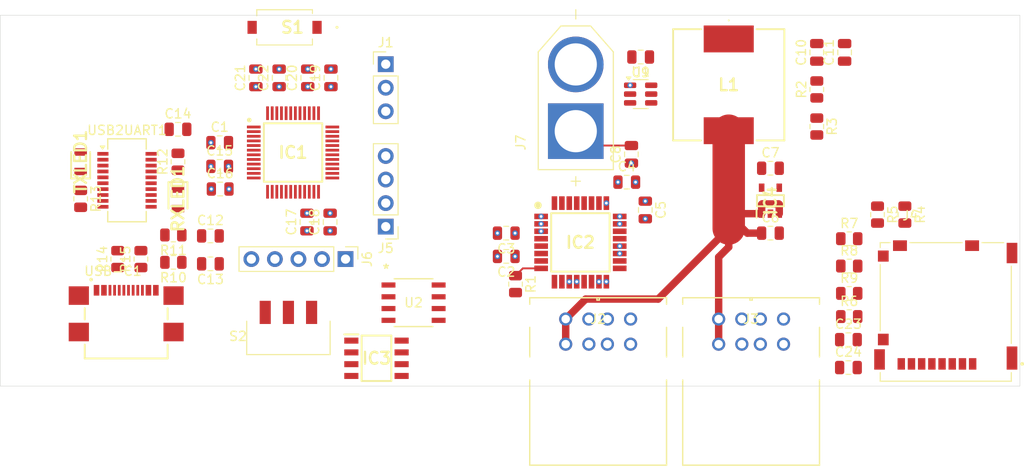
<source format=kicad_pcb>
(kicad_pcb (version 20240108) (generator "pcbnew") (generator_version "8.0")
  (layers (0 "F.Cu" signal) (1 "In1.Cu" power "PWR") (2 "In2.Cu" power "GND") (31 "B.Cu" signal) (34 "B.Paste" user) (35 "F.Paste" user) (36 "B.SilkS" user "B.Silkscreen") (37 "F.SilkS" user "F.Silkscreen") (38 "B.Mask" user) (39 "F.Mask" user) (44 "Edge.Cuts" user))
  (net 0 "")
  (net 1 "Net-(IC1-NRST)")
  (net 2 "GND")
  (net 3 "3V3")
  (net 4 "5V")
  (net 5 "Net-(U1-SW)")
  (net 6 "Net-(U1-CB)")
  (net 7 "/USB-Serial/USBD-")
  (net 8 "/USB-Serial/USBD+")
  (net 9 "Net-(USB2UART1-USBD-)")
  (net 10 "Net-(USB2UART1-USBD+)")
  (net 11 "Net-(USB2UART1-RXLED)")
  (net 12 "Net-(RXLED1-K)")
  (net 13 "Net-(USB2UART1-TXLED)")
  (net 14 "Net-(TXLED1-K)")
  (net 15 "Net-(USB-C1-CC1)")
  (net 16 "Net-(USB-C1-CC2)")
  (net 17 "/USB-Serial/VCCIO")
  (net 18 "Net-(USB-C1-VBUS)")
  (net 20 "Net-(U1-FB)")
  (net 25 "RXD_USB2SERIAL")
  (net 31 "TXD_USB2SERIAL")
  (net 33 "Net-(IC2-BUSPWR)")
  (net 34 "MISO 2")
  (net 35 "MOSI 2")
  (net 36 "Net-(J4-PadCD)")
  (net 37 "CS SD Card")
  (net 38 "Net-(J4-DAT2)")
  (net 39 "Net-(J4-DAT1)")
  (net 40 "TSTPLL{slash}48MCLK")
  (net 41 "Net-(IC1-PA14)")
  (net 43 "~{USB_RESET}")
  (net 44 "Net-(IC1-PA13)")
  (net 45 "MOSI 1")
  (net 49 "SPI CLOCK 1")
  (net 50 "~{CS} SRAM")
  (net 51 "MISO 1")
  (net 58 "SPI CLOCK 2")
  (net 60 "CS EEPROM")
  (net 63 "SUSPND")
  (net 64 "DM0")
  (net 65 "DP0")
  (net 72 "/USB/DM1")
  (net 73 "/USB/DP4")
  (net 76 "/USB/DM4")
  (net 79 "/USB/DP2")
  (net 80 "/USB/DP3")
  (net 86 "/USB/DM2")
  (net 87 "/USB/DM3")
  (net 89 "/USB/DP1")
  (net 92 "Net-(J7-POS)")
  (footprint "Capacitor_SMD:C_0805_2012Metric" (layer "F.Cu") (at 186.4125 112.99)
    (property "Reference" "C23" (at 0 -1.68 0) (layer "F.SilkS"))
    (property "Value" "10uF")
    (pad "1" smd roundrect (at -0.95 0) (size 1 1.45) (layers "F.Cu" "F.Paste" "F.Mask") (net 2 "GND"))
    (pad "2" smd roundrect (at 0.95 0) (size 1 1.45) (layers "F.Cu" "F.Paste" "F.Mask") (net 3 "3V3"))
  )
  (footprint "Capacitor_SMD:C_0805_2012Metric" (layer "F.Cu") (at 164 82.5 180)
    (property "Reference" "C9" (at 0 -1.68 360) (layer "F.SilkS"))
    (property "Value" "0.1uF")
    (pad "1" smd roundrect (at -0.95 0 180) (size 1 1.45) (layers "F.Cu" "F.Paste" "F.Mask") (net 6 "Net-(U1-CB)"))
    (pad "2" smd roundrect (at 0.95 0 180) (size 1 1.45) (layers "F.Cu" "F.Paste" "F.Mask") (net 5 "Net-(U1-SW)"))
  )
  (footprint "Resistor_SMD:R_0805_2012Metric" (layer "F.Cu") (at 186.5 110.5)
    (property "Reference" "R6" (at 0 -1.65 0) (layer "F.SilkS"))
    (property "Value" "27")
    (pad "1" smd roundrect (at -0.9125 0) (size 1.025 1.4) (layers "F.Cu" "F.Paste" "F.Mask") (roundrect_rratio 0.243902) (net 3 "3V3"))
    (pad "2" smd roundrect (at 0.9125 0) (size 1.025 1.4) (layers "F.Cu" "F.Paste" "F.Mask") (roundrect_rratio 0.243902) (net 36 "Net-(J4-PadCD)"))
  )
  (footprint "Package_TO_SOT_SMD:SOT-23-6" (layer "F.Cu") (at 164 86.5)
    (property "Reference" "U1" (at 0 -2.4 0) (layer "F.SilkS"))
    (property "Value" "LMR51430")
    (pad "1" smd roundrect (at -1.1375 -0.95) (size 1.325 0.6) (layers "F.Cu" "F.Paste" "F.Mask") (net 2 "GND"))
    (pad "2" smd roundrect (at -1.1375 0) (size 1.325 0.6) (layers "F.Cu" "F.Paste" "F.Mask") (net 5 "Net-(U1-SW)"))
    (pad "3" smd roundrect (at -1.1375 0.95) (size 1.325 0.6) (layers "F.Cu" "F.Paste" "F.Mask") (net 92 "Net-(J7-POS)"))
    (pad "4" smd roundrect (at 1.1375 0.95) (size 1.325 0.6) (layers "F.Cu" "F.Paste" "F.Mask") (net 20 "Net-(U1-FB)"))
    (pad "5" smd roundrect (at 1.1375 0) (size 1.325 0.6) (layers "F.Cu" "F.Paste" "F.Mask") (net 92 "Net-(J7-POS)"))
    (pad "6" smd roundrect (at 1.1375 -0.95) (size 1.325 0.6) (layers "F.Cu" "F.Paste" "F.Mask") (net 6 "Net-(U1-CB)"))
  )
  (footprint "Capacitor_SMD:C_0805_2012Metric" (layer "F.Cu") (at 149.5 101.5 180)
    (property "Reference" "C3" (at 0 -1.68 360) (layer "F.SilkS"))
    (property "Value" "0.1uF")
    (pad "1" smd roundrect (at -0.95 0 180) (size 1 1.45) (layers "F.Cu" "F.Paste" "F.Mask") (net 3 "3V3"))
    (pad "2" smd roundrect (at 0.95 0 180) (size 1 1.45) (layers "F.Cu" "F.Paste" "F.Mask") (net 2 "GND"))
  )
  (footprint "group127:SRAM" (layer "F.Cu") (at 135.5 115)
    (property "Reference" "IC3" (at 0 0 0) (layer "F.SilkS") (effects (font (size 1.27 1.27) (thickness 0.254))))
    (property "Value" "SRAM" (hide yes))
    (pad "1" smd rect (at -2.712 -1.905 90) (size 0.65 1.525) (layers "F.Cu" "F.Paste" "F.Mask") (net 50 "~{CS} SRAM"))
    (pad "2" smd rect (at -2.712 -0.635 90) (size 0.65 1.525) (layers "F.Cu" "F.Paste" "F.Mask") (net 51 "MISO 1"))
    (pad "3" smd rect (at -2.712 0.635 90) (size 0.65 1.525) (layers "F.Cu" "F.Paste" "F.Mask"))
    (pad "4" smd rect (at -2.712 1.905 90) (size 0.65 1.525) (layers "F.Cu" "F.Paste" "F.Mask") (net 2 "GND"))
    (pad "5" smd rect (at 2.712 1.905 90) (size 0.65 1.525) (layers "F.Cu" "F.Paste" "F.Mask") (net 45 "MOSI 1"))
    (pad "6" smd rect (at 2.712 0.635 90) (size 0.65 1.525) (layers "F.Cu" "F.Paste" "F.Mask") (net 49 "SPI CLOCK 1"))
    (pad "7" smd rect (at 2.712 -0.635 90) (size 0.65 1.525) (layers "F.Cu" "F.Paste" "F.Mask") (net 3 "3V3"))
    (pad "8" smd rect (at 2.712 -1.905 90) (size 0.65 1.525) (layers "F.Cu" "F.Paste" "F.Mask") (net 3 "3V3"))
  )
  (footprint "Resistor_SMD:R_0805_2012Metric" (layer "F.Cu") (at 103.5875 97.8 -90)
    (property "Reference" "R13" (at 0 -1.65 90) (layer "F.SilkS"))
    (property "Value" "270ohm")
    (pad "1" smd roundrect (at -0.9125 0 270) (size 1.025 1.4) (layers "F.Cu" "F.Paste" "F.Mask") (roundrect_rratio 0.243902) (net 14 "Net-(TXLED1-K)"))
    (pad "2" smd roundrect (at 0.9125 0 270) (size 1.025 1.4) (layers "F.Cu" "F.Paste" "F.Mask") (roundrect_rratio 0.243902) (net 13 "Net-(USB2UART1-TXLED)"))
  )
  (footprint "Capacitor_SMD:C_0805_2012Metric" (layer "F.Cu") (at 178 101.5)
    (property "Reference" "C6" (at 0 -1.68 360) (layer "F.SilkS"))
    (property "Value" "1uF")
    (pad "1" smd roundrect (at -0.95 0) (size 1 1.45) (layers "F.Cu" "F.Paste" "F.Mask") (net 4 "5V"))
    (pad "2" smd roundrect (at 0.95 0) (size 1 1.45) (layers "F.Cu" "F.Paste" "F.Mask") (net 2 "GND"))
  )
  (footprint "group127:USBPorts" (layer "F.Cu") (at 172.4125 110.7673)
    (property "Reference" "J3" (at 3.500001 0 0) (layer "F.SilkS"))
    (property "Value" "2-Port USB")
    (fp_text user "*" (at -2.54 0 0) (layer "F.SilkS"))
    (fp_text user "*" (at -2.54 0 0) (layer "F.SilkS"))
    (pad "" np_thru_hole circle (at -3.069999 -0.35) (size 2.3114 2.3114) (drill 2.3114) (layers "*.Cu" "*.Mask"))
    (pad "" np_thru_hole circle (at -3.069999 5.33) (size 2.3114 2.3114) (drill 2.3114) (layers "*.Cu" "*.Mask"))
    (pad "" np_thru_hole circle (at 10.07 -0.35) (size 2.3114 2.3114) (drill 2.3114) (layers "*.Cu" "*.Mask"))
    (pad "" np_thru_hole circle (at 10.07 5.33) (size 2.3114 2.3114) (drill 2.3114) (layers "*.Cu" "*.Mask"))
    (pad "1" thru_hole circle (at 0 0) (size 1.4224 1.4224) (drill 0.9144) (layers "*.Cu" "*.Mask") (net 4 "5V"))
    (pad "2" thru_hole circle (at 2.5 0) (size 1.4224 1.4224) (drill 0.9144) (layers "*.Cu" "*.Mask") (net 87 "/USB/DM3"))
    (pad "3" thru_hole circle (at 4.500001 0) (size 1.4224 1.4224) (drill 0.9144) (layers "*.Cu" "*.Mask") (net 80 "/USB/DP3"))
    (pad "4" thru_hole circle (at 7.000001 0) (size 1.4224 1.4224) (drill 0.9144) (layers "*.Cu" "*.Mask") (net 2 "GND"))
    (pad "5" thru_hole circle (at 0 2.71) (size 1.4224 1.4224) (drill 0.9144) (layers "*.Cu" "*.Mask") (net 4 "5V"))
    (pad "6" thru_hole circle (at 2.5 2.71) (size 1.4224 1.4224) (drill 0.9144) (layers "*.Cu" "*.Mask") (net 76 "/USB/DM4"))
    (pad "7" thru_hole circle (at 4.500001 2.71) (size 1.4224 1.4224) (drill 0.9144) (layers "*.Cu" "*.Mask") (net 73 "/USB/DP4"))
    (pad "8" thru_hole circle (at 7.000001 2.71) (size 1.4224 1.4224) (drill 0.9144) (layers "*.Cu" "*.Mask") (net 2 "GND"))
  )
  (footprint "Resistor_SMD:R_0805_2012Metric" (layer "F.Cu") (at 150.5 107 -90)
    (property "Reference" "R1" (at 0 -1.65 90) (layer "F.SilkS"))
    (property "Value" "2kOhm")
    (pad "1" smd roundrect (at -0.9125 0 270) (size 1.025 1.4) (layers "F.Cu" "F.Paste" "F.Mask") (roundrect_rratio 0.243902) (net 33 "Net-(IC2-BUSPWR)"))
    (pad "2" smd roundrect (at 0.9125 0 270) (size 1.025 1.4) (layers "F.Cu" "F.Paste" "F.Mask") (roundrect_rratio 0.243902) (net 2 "GND"))
  )
  (footprint "Resistor_SMD:R_0805_2012Metric" (layer "F.Cu") (at 186.5 108)
    (property "Reference" "R9" (at 0 -1.65 0) (layer "F.SilkS"))
    (property "Value" "10kOhm")
    (pad "1" smd roundrect (at -0.9125 0) (size 1.025 1.4) (layers "F.Cu" "F.Paste" "F.Mask") (roundrect_rratio 0.243902) (net 3 "3V3"))
    (pad "2" smd roundrect (at 0.9125 0) (size 1.025 1.4) (layers "F.Cu" "F.Paste" "F.Mask") (roundrect_rratio 0.243902) (net 39 "Net-(J4-DAT1)"))
  )
  (footprint "group127:USBPorts" (layer "F.Cu") (at 155.9125 110.7673)
    (property "Reference" "J2" (at 3.500001 0 0) (layer "F.SilkS"))
    (property "Value" "2-Port USB")
    (fp_text user "*" (at -2.54 0 0) (layer "F.SilkS"))
    (fp_text user "*" (at -2.54 0 0) (layer "F.SilkS"))
    (pad "" np_thru_hole circle (at -3.069999 -0.35) (size 2.3114 2.3114) (drill 2.3114) (layers "*.Cu" "*.Mask"))
    (pad "" np_thru_hole circle (at -3.069999 5.33) (size 2.3114 2.3114) (drill 2.3114) (layers "*.Cu" "*.Mask"))
    (pad "" np_thru_hole circle (at 10.07 -0.35) (size 2.3114 2.3114) (drill 2.3114) (layers "*.Cu" "*.Mask"))
    (pad "" np_thru_hole circle (at 10.07 5.33) (size 2.3114 2.3114) (drill 2.3114) (layers "*.Cu" "*.Mask"))
    (pad "1" thru_hole circle (at 0 0) (size 1.4224 1.4224) (drill 0.9144) (layers "*.Cu" "*.Mask") (net 4 "5V"))
    (pad "2" thru_hole circle (at 2.5 0) (size 1.4224 1.4224) (drill 0.9144) (layers "*.Cu" "*.Mask") (net 72 "/USB/DM1"))
    (pad "3" thru_hole circle (at 4.500001 0) (size 1.4224 1.4224) (drill 0.9144) (layers "*.Cu" "*.Mask") (net 89 "/USB/DP1"))
    (pad "4" thru_hole circle (at 7.000001 0) (size 1.4224 1.4224) (drill 0.9144) (layers "*.Cu" "*.Mask") (net 2 "GND"))
    (pad "5" thru_hole circle (at 0 2.71) (size 1.4224 1.4224) (drill 0.9144) (layers "*.Cu" "*.Mask") (net 4 "5V"))
    (pad "6" thru_hole circle (at 2.5 2.71) (size 1.4224 1.4224) (drill 0.9144) (layers "*.Cu" "*.Mask") (net 86 "/USB/DM2"))
    (pad "7" thru_hole circle (at 4.500001 2.71) (size 1.4224 1.4224) (drill 0.9144) (layers "*.Cu" "*.Mask") (net 79 "/USB/DP2"))
    (pad "8" thru_hole circle (at 7.000001 2.71) (size 1.4224 1.4224) (drill 0.9144) (layers "*.Cu" "*.Mask") (net 2 "GND"))
  )
  (footprint "Connector_PinHeader_2.54mm:PinHeader_1x03_P2.54mm_Vertical" (layer "F.Cu") (at 136.5 83.275)
    (property "Reference" "J1" (at 0 -2.33 0) (layer "F.SilkS"))
    (property "Value" "SYS_DEBUG")
    (pad "1" thru_hole rect (at 0 0) (size 1.7 1.7) (drill 1) (layers "*.Cu" "*.Mask") (net 2 "GND"))
    (pad "2" thru_hole oval (at 0 2.54) (size 1.7 1.7) (drill 1) (layers "*.Cu" "*.Mask") (net 44 "Net-(IC1-PA13)"))
    (pad "3" thru_hole oval (at 0 5.08) (size 1.7 1.7) (drill 1) (layers "*.Cu" "*.Mask") (net 41 "Net-(IC1-PA14)"))
  )
  (footprint "Capacitor_SMD:C_0805_2012Metric" (layer "F.Cu") (at 186.4125 116)
    (property "Reference" "C24" (at 0 -1.68 0) (layer "F.SilkS"))
    (property "Value" "0.1uF")
    (pad "1" smd roundrect (at -0.95 0) (size 1 1.45) (layers "F.Cu" "F.Paste" "F.Mask") (net 2 "GND"))
    (pad "2" smd roundrect (at 0.95 0) (size 1 1.45) (layers "F.Cu" "F.Paste" "F.Mask") (net 3 "3V3"))
  )
  (footprint "JS102011SAQN:SW_JS102011SAQN" (layer "F.Cu") (at 126 112.8)
    (property "Reference" "S2" (at -5.438995 -0.175125 180) (layer "F.SilkS") (effects (font (size 1.000732 1.000732))))
    (property "Value" "Switch")
    (pad "" np_thru_hole circle (at -3.4 0) (size 1 1) (drill 1) (layers "*.Cu" "*.Mask"))
    (pad "" np_thru_hole circle (at 3.4 0) (size 1 1) (drill 1) (layers "*.Cu" "*.Mask"))
    (pad "1" smd rect (at -2.5 -2.75) (size 1.2 2.5) (layers "F.Cu" "F.Paste" "F.Mask"))
    (pad "2" smd rect (at 0 -2.75) (size 1.2 2.5) (layers "F.Cu" "F.Paste" "F.Mask") (net 4 "5V"))
    (pad "3" smd rect (at 2.5 -2.75) (size 1.2 2.5) (layers "F.Cu" "F.Paste" "F.Mask") (net 18 "Net-(USB-C1-VBUS)"))
  )
  (footprint "Resistor_SMD:R_0805_2012Metric" (layer "F.Cu") (at 183 86 90)
    (property "Reference" "R2" (at 0 -1.65 90) (layer "F.SilkS"))
    (property "Value" "100k")
    (pad "1" smd roundrect (at -0.9125 0 90) (size 1.025 1.4) (layers "F.Cu" "F.Paste" "F.Mask") (roundrect_rratio 0.243902) (net 20 "Net-(U1-FB)"))
    (pad "2" smd roundrect (at 0.9125 0 90) (size 1.025 1.4) (layers "F.Cu" "F.Paste" "F.Mask") (roundrect_rratio 0.243902) (net 4 "5V"))
  )
  (footprint "Resistor_SMD:R_0805_2012Metric" (layer "F.Cu") (at 107.5875 104.3 90)
    (property "Reference" "R14" (at 0 -1.65 90) (layer "F.SilkS"))
    (property "Value" "5.1kohm")
    (pad "1" smd roundrect (at -0.9125 0 90) (size 1.025 1.4) (layers "F.Cu" "F.Paste" "F.Mask") (roundrect_rratio 0.243902) (net 15 "Net-(USB-C1-CC1)"))
    (pad "2" smd roundrect (at 0.9125 0 90) (size 1.025 1.4) (layers "F.Cu" "F.Paste" "F.Mask") (roundrect_rratio 0.243902) (net 2 "GND"))
  )
  (footprint "Capacitor_SMD:C_0805_2012Metric" (layer "F.Cu") (at 183 82 90)
    (property "Reference" "C10" (at 0 -1.68 90) (layer "F.SilkS"))
    (property "Value" "22uF")
    (pad "1" smd roundrect (at -0.95 0 90) (size 1 1.45) (layers "F.Cu" "F.Paste" "F.Mask") (net 4 "5V"))
    (pad "2" smd roundrect (at 0.95 0 90) (size 1 1.45) (layers "F.Cu" "F.Paste" "F.Mask") (net 2 "GND"))
  )
  (footprint "group127:USB-HUB" (layer "F.Cu") (at 157.5 102.5)
    (property "Reference" "IC2" (at 0 0 360) (layer "F.SilkS") (effects (font (size 1.27 1.27) (thickness 0.254))))
    (property "Value" "USB Hub" (hide yes))
    (pad "1" smd rect (at -4.238 -2.8 90) (size 0.6 1.475) (layers "F.Cu" "F.Paste" "F.Mask") (net 65 "DP0"))
    (pad "2" smd rect (at -4.238 -2 90) (size 0.6 1.475) (layers "F.Cu" "F.Paste" "F.Mask") (net 64 "DM0"))
    (pad "3" smd rect (at -4.238 -1.2 90) (size 0.6 1.475) (layers "F.Cu" "F.Paste" "F.Mask") (net 3 "3V3"))
    (pad "4" smd rect (at -4.238 -0.4 90) (size 0.6 1.475) (layers "F.Cu" "F.Paste" "F.Mask") (net 43 "~{USB_RESET}"))
    (pad "5" smd rect (at -4.238 0.4 90) (size 0.6 1.475) (layers "F.Cu" "F.Paste" "F.Mask"))
    (pad "6" smd rect (at -4.238 1.2 90) (size 0.6 1.475) (layers "F.Cu" "F.Paste" "F.Mask") (net 2 "GND"))
    (pad "7" smd rect (at -4.238 2 90) (size 0.6 1.475) (layers "F.Cu" "F.Paste" "F.Mask") (net 2 "GND"))
    (pad "8" smd rect (at -4.238 2.8 90) (size 0.6 1.475) (layers "F.Cu" "F.Paste" "F.Mask") (net 33 "Net-(IC2-BUSPWR)"))
    (pad "9" smd rect (at -2.8 4.238) (size 0.6 1.475) (layers "F.Cu" "F.Paste" "F.Mask"))
    (pad "10" smd rect (at -2 4.238) (size 0.6 1.475) (layers "F.Cu" "F.Paste" "F.Mask"))
    (pad "11" smd rect (at -1.2 4.238) (size 0.6 1.475) (layers "F.Cu" "F.Paste" "F.Mask") (net 72 "/USB/DM1"))
    (pad "12" smd rect (at -0.4 4.238) (size 0.6 1.475) (layers "F.Cu" "F.Paste" "F.Mask") (net 89 "/USB/DP1"))
    (pad "13" smd rect (at 0.4 4.238) (size 0.6 1.475) (layers "F.Cu" "F.Paste" "F.Mask"))
    (pad "14" smd rect (at 1.2 4.238) (size 0.6 1.475) (layers "F.Cu" "F.Paste" "F.Mask"))
    (pad "15" smd rect (at 2 4.238) (size 0.6 1.475) (layers "F.Cu" "F.Paste" "F.Mask") (net 86 "/USB/DM2"))
    (pad "16" smd rect (at 2.8 4.238) (size 0.6 1.475) (layers "F.Cu" "F.Paste" "F.Mask") (net 79 "/USB/DP2"))
    (pad "17" smd rect (at 4.238 2.8 90) (size 0.6 1.475) (layers "F.Cu" "F.Paste" "F.Mask"))
    (pad "18" smd rect (at 4.238 2 90) (size 0.6 1.475) (layers "F.Cu" "F.Paste" "F.Mask"))
    (pad "19" smd rect (at 4.238 1.2 90) (size 0.6 1.475) (layers "F.Cu" "F.Paste" "F.Mask") (net 87 "/USB/DM3"))
    (pad "20" smd rect (at 4.238 0.4 90) (size 0.6 1.475) (layers "F.Cu" "F.Paste" "F.Mask") (net 80 "/USB/DP3"))
    (pad "21" smd rect (at 4.238 -0.4 90) (size 0.6 1.475) (layers "F.Cu" "F.Paste" "F.Mask"))
    (pad "22" smd rect (at 4.238 -1.2 90) (size 0.6 1.475) (layers "F.Cu" "F.Paste" "F.Mask"))
    (pad "23" smd rect (at 4.238 -2 90) (size 0.6 1.475) (layers "F.Cu" "F.Paste" "F.Mask") (net 76 "/USB/DM4"))
    (pad "24" smd rect (at 4.238 -2.8 90) (size 0.6 1.475) (layers "F.Cu" "F.Paste" "F.Mask") (net 73 "/USB/DP4"))
    (pad "25" smd rect (at 2.8 -4.238) (size 0.6 1.475) (layers "F.Cu" "F.Paste" "F.Mask") (net 3 "3V3"))
    (pad "26" smd rect (at 2 -4.238) (size 0.6 1.475) (layers "F.Cu" "F.Paste" "F.Mask") (net 3 "3V3"))
    (pad "27" smd rect (at 1.2 -4.238) (size 0.6 1.475) (layers "F.Cu" "F.Paste" "F.Mask") (net 40 "TSTPLL{slash}48MCLK"))
    (pad "28" smd rect (at 0.4 -4.238) (size 0.6 1.475) (layers "F.Cu" "F.Paste" "F.Mask") (net 2 "GND"))
    (pad "29" smd rect (at -0.4 -4.238) (size 0.6 1.475) (layers "F.Cu" "F.Paste" "F.Mask"))
    (pad "30" smd rect (at -1.2 -4.238) (size 0.6 1.475) (layers "F.Cu" "F.Paste" "F.Mask") (net 3 "3V3"))
    (pad "31" smd rect (at -2 -4.238) (size 0.6 1.475) (layers "F.Cu" "F.Paste" "F.Mask") (net 3 "3V3"))
    (pad "32" smd rect (at -2.8 -4.238) (size 0.6 1.475) (layers "F.Cu" "F.Paste" "F.Mask") (net 63 "SUSPND"))
  )
  (footprint "Resistor_SMD:R_0805_2012Metric" (layer "F.Cu") (at 110.0875 104.3 90)
    (property "Reference" "R15" (at 0 -1.65 90) (layer "F.SilkS"))
    (property "Value" "5.1kohm")
    (pad "1" smd roundrect (at -0.9125 0 90) (size 1.025 1.4) (layers "F.Cu" "F.Paste" "F.Mask") (roundrect_rratio 0.243902) (net 16 "Net-(USB-C1-CC2)"))
    (pad "2" smd roundrect (at 0.9125 0 90) (size 1.025 1.4) (layers "F.Cu" "F.Paste" "F.Mask") (roundrect_rratio 0.243902) (net 2 "GND"))
  )
  (footprint "group127:LDO" (layer "F.Cu") (at 178 98 90)
    (property "Reference" "IC4" (at 0 0 90) (layer "F.SilkS") (effects (font (size 1.27 1.27) (thickness 0.254))))
    (property "Value" "LDO" (hide yes))
    (pad "1" smd rect (at -1.4 -0.95 180) (size 0.6 0.9) (layers "F.Cu" "F.Paste" "F.Mask") (net 4 "5V"))
    (pad "2" smd rect (at -1.4 0 180) (size 0.6 0.9) (layers "F.Cu" "F.Paste" "F.Mask") (net 2 "GND"))
    (pad "3" smd rect (at -1.4 0.95 180) (size 0.6 0.9) (layers "F.Cu" "F.Paste" "F.Mask") (net 4 "5V"))
    (pad "4" smd rect (at 1.4 0.95 180) (size 0.6 0.9) (layers "F.Cu" "F.Paste" "F.Mask"))
    (pad "5" smd rect (at 1.4 -0.95 180) (size 0.6 0.9) (layers "F.Cu" "F.Paste" "F.Mask") (net 3 "3V3"))
  )
  (footprint "Resistor_SMD:R_0805_2012Metric" (layer "F.Cu") (at 186.5 105.05)
    (property "Reference" "R8" (at 0 -1.65 0) (layer "F.SilkS"))
    (property "Value" "10kOhm")
    (pad "1" smd roundrect (at -0.9125 0) (size 1.025 1.4) (layers "F.Cu" "F.Paste" "F.Mask") (roundrect_rratio 0.243902) (net 3 "3V3"))
    (pad "2" smd roundrect (at 0.9125 0) (size 1.025 1.4) (layers "F.Cu" "F.Paste" "F.Mask") (roundrect_rratio 0.243902) (net 38 "Net-(J4-DAT2)"))
  )
  (footprint "Capacitor_SMD:C_0805_2012Metric" (layer "F.Cu") (at 128 100.3 90)
    (property "Reference" "C17" (at 0 -1.68 90) (layer "F.SilkS"))
    (property "Value" "0.1uF")
    (pad "1" smd roundrect (at -0.95 0 90) (size 1 1.45) (layers "F.Cu" "F.Paste" "F.Mask") (net 2 "GND"))
    (pad "2" smd roundrect (at 0.95 0 90) (size 1 1.45) (layers "F.Cu" "F.Paste" "F.Mask") (net 3 "3V3"))
  )
  (footprint "Capacitor_SMD:C_0805_2012Metric" (layer "F.Cu") (at 118.5875 91.74)
    (property "Reference" "C1" (at 0 -1.68 0) (layer "F.SilkS"))
    (property "Value" "0.1uF")
    (pad "1" smd roundrect (at -0.95 0) (size 1 1.45) (layers "F.Cu" "F.Paste" "F.Mask") (net 2 "GND"))
    (pad "2" smd roundrect (at 0.95 0) (size 1 1.45) (layers "F.Cu" "F.Paste" "F.Mask") (net 1 "Net-(IC1-NRST)"))
  )
  (footprint "Resistor_SMD:R_0805_2012Metric" (layer "F.Cu") (at 113.5875 104.65 180)
    (property "Reference" "R10" (at 0 -1.65 360) (layer "F.SilkS"))
    (property "Value" "27ohm")
    (pad "1" smd roundrect (at -0.9125 0 180) (size 1.025 1.4) (layers "F.Cu" "F.Paste" "F.Mask") (roundrect_rratio 0.243902) (net 7 "/USB-Serial/USBD-"))
    (pad "2" smd roundrect (at 0.9125 0 180) (size 1.025 1.4) (layers "F.Cu" "F.Paste" "F.Mask") (roundrect_rratio 0.243902) (net 9 "Net-(USB2UART1-USBD-)"))
  )
  (footprint "group127:XT60-M" (layer "F.Cu") (at 157 86.9 90)
    (property "Reference" "J7" (at -4.825 -5.935 90) (layer "F.SilkS"))
    (property "Value" "XT60-M")
    (pad "N" thru_hole circle (at 3.6 0 90) (size 6 6) (drill 4.55) (layers "*.Cu" "*.Mask") (net 2 "GND"))
    (pad "P" thru_hole rect (at -3.6 0 90) (size 6 6) (drill 4.55) (layers "*.Cu" "*.Mask") (net 92 "Net-(J7-POS)"))
  )
  (footprint "Connector_PinHeader_2.54mm:PinHeader_1x05_P2.54mm_Vertical" (layer "F.Cu") (at 132.1625 104.3 -90)
    (property "Reference" "J6" (at 0 -2.33 90) (layer "F.SilkS"))
    (property "Value" "SPI1")
    (pad "1" thru_hole rect (at 0 0 270) (size 1.7 1.7) (drill 1) (layers "*.Cu" "*.Mask") (net 50 "~{CS} SRAM"))
    (pad "2" thru_hole oval (at 0 2.54 270) (size 1.7 1.7) (drill 1) (layers "*.Cu" "*.Mask") (net 60 "CS EEPROM"))
    (pad "3" thru_hole oval (at 0 5.08 270) (size 1.7 1.7) (drill 1) (layers "*.Cu" "*.Mask") (net 45 "MOSI 1"))
    (pad "4" thru_hole oval (at 0 7.62 270) (size 1.7 1.7) (drill 1) (layers "*.Cu" "*.Mask") (net 51 "MISO 1"))
    (pad "5" thru_hole oval (at 0 10.16 270) (size 1.7 1.7) (drill 1) (layers "*.Cu" "*.Mask") (net 49 "SPI CLOCK 1"))
  )
  (footprint "USB4110_GF_A:GCT_USB4110GFA" (layer "F.Cu") (at 108.5 108.7375)
    (property "Reference" "USB-C1" (at -1.425 -3.135 0) (layer "F.SilkS"))
    (property "Value" "USB4110GFA")
    (pad "" np_thru_hole circle (at -2.89 0) (size 0.65 0.65) (drill 0.65) (layers "*.Cu" "*.Mask"))
    (pad "" np_thru_hole circle (at 2.89 0) (size 0.65 0.65) (drill 0.65) (layers "*.Cu" "*.Mask"))
    (pad "A1/B12" smd rect (at -3.2 -1.075) (size 0.6 1.15) (layers "F.Cu" "F.Paste" "F.Mask") (net 2 "GND"))
    (pad "A4/B9" smd rect (at -2.4 -1.075) (size 0.6 1.15) (layers "F.Cu" "F.Paste" "F.Mask") (net 18 "Net-(USB-C1-VBUS)"))
    (pad "A5" smd rect (at -1.25 -1.075) (size 0.3 1.15) (layers "F.Cu" "F.Paste" "F.Mask") (net 15 "Net-(USB-C1-CC1)"))
    (pad "A6" smd rect (at -0.25 -1.075) (size 0.3 1.15) (layers "F.Cu" "F.Paste" "F.Mask") (net 8 "/USB-Serial/USBD+"))
    (pad "A7" smd rect (at 0.25 -1.075) (size 0.3 1.15) (layers "F.Cu" "F.Paste" "F.Mask") (net 7 "/USB-Serial/USBD-"))
    (pad "A8" smd rect (at 1.25 -1.075) (size 0.3 1.15) (layers "F.Cu" "F.Paste" "F.Mask"))
    (pad "B1/A12" smd rect (at 3.2 -1.075) (size 0.6 1.15) (layers "F.Cu" "F.Paste" "F.Mask") (net 2 "GND"))
    (pad "B4/A9" smd rect (at 2.4 -1.075) (size 0.6 1.15) (layers "F.Cu" "F.Paste" "F.Mask") (net 18 "Net-(USB-C1-VBUS)"))
    (pad "B5" smd rect (at 1.75 -1.075) (size 0.3 1.15) (layers "F.Cu" "F.Paste" "F.Mask") (net 16 "Net-(USB-C1-CC2)"))
    (pad "B6" smd rect (at 0.75 -1.075) (size 0.3 1.15) (layers "F.Cu" "F.Paste" "F.Mask") (net 8 "/USB-Serial/USBD+"))
    (pad "B7" smd rect (at -0.75 -1.075) (size 0.3 1.15) (layers "F.Cu" "F.Paste" "F.Mask") (net 7 "/USB-Serial/USBD-"))
    (pad "B8" smd rect (at -1.75 -1.075) (size 0.3 1.15) (layers "F.Cu" "F.Paste" "F.Mask"))
    (pad "S1" smd rect (at -5.11 -0.5) (size 2.18 2) (layers "F.Cu" "F.Paste" "F.Mask") (net 2 "GND"))
    (pad "S2" smd rect (at 5.11 -0.5) (size 2.18 2) (layers "F.Cu" "F.Paste" "F.Mask") (net 2 "GND"))
    (pad "S3" smd rect (at -5.11 3.43) (size 2.18 2) (layers "F.Cu" "F.Paste" "F.Mask") (net 2 "GND"))
    (pad "S4" smd rect (at 5.11 3.43) (size 2.18 2) (layers "F.Cu" "F.Paste" "F.Mask") (net 2 "GND"))
  )
  (footprint "Capacitor_SMD:C_0805_2012Metric" (layer "F.Cu") (at 186 82 90)
    (property "Reference" "C11" (at 0 -1.68 90) (layer "F.SilkS"))
    (property "Value" "22uF")
    (pad "1" smd roundrect (at -0.95 0 90) (size 1 1.45) (layers "F.Cu" "F.Paste" "F.Mask") (net 4 "5V"))
    (pad "2" smd roundrect (at 0.95 0 90) (size 1 1.45) (layers "F.Cu" "F.Paste" "F.Mask") (net 2 "GND"))
  )
  (footprint "Capacitor_SMD:C_0805_2012Metric" (layer "F.Cu") (at 178 94.5)
    (property "Reference" "C7" (at 0 -1.68 360) (layer "F.SilkS"))
    (property "Value" "1uF")
    (pad "1" smd roundrect (at -0.95 0) (size 1 1.45) (layers "F.Cu" "F.Paste" "F.Mask") (net 3 "3V3"))
    (pad "2" smd roundrect (at 0.95 0) (size 1 1.45) (layers "F.Cu" "F.Paste" "F.Mask") (net 2 "GND"))
  )
  (footprint "Capacitor_SMD:C_0805_2012Metric" (layer "F.Cu") (at 117.5875 104.81 180)
    (property "Reference" "C13" (at 0 -1.68 360) (layer "F.SilkS"))
    (property "Value" "47pF")
    (pad "1" smd roundrect (at -0.95 0 180) (size 1 1.45) (layers "F.Cu" "F.Paste" "F.Mask") (net 2 "GND"))
    (pad "2" smd roundrect (at 0.95 0 180) (size 1 1.45) (layers "F.Cu" "F.Paste" "F.Mask") (net 8 "/USB-Serial/USBD+"))
  )
  (footprint "group127:SDCard" (layer "F.Cu") (at 196.9125 110)
    (property "Reference" "J4" (at -3.825 -10.385 0) (layer "F.SilkS"))
    (property "Value" "SD_Card")
    (pad "CD" smd rect (at -6.74 2.975) (size 1.16 1.25) (layers "F.Cu" "F.Paste" "F.Mask") (net 36 "Net-(J4-PadCD)"))
    (pad "G1" smd rect (at -6.74 -6.025) (size 1.16 1.2) (layers "F.Cu" "F.Paste" "F.Mask") (net 2 "GND"))
    (pad "G2" smd rect (at -4.94 -7.15) (size 1.5 1.15) (layers "F.Cu" "F.Paste" "F.Mask") (net 2 "GND"))
    (pad "G3" smd rect (at 2.84 -7.15) (size 1.5 1.15) (layers "F.Cu" "F.Paste" "F.Mask") (net 2 "GND"))
    (pad "G4" smd rect (at 7.145 -6.355) (size 1.15 2.2) (layers "F.Cu" "F.Paste" "F.Mask") (net 2 "GND"))
    (pad "G5" smd rect (at -7.145 5.125) (size 1.15 2.2) (layers "F.Cu" "F.Paste" "F.Mask") (net 2 "GND"))
    (pad "G6" smd rect (at 7.145 4.975) (size 1.15 2.5) (layers "F.Cu" "F.Paste" "F.Mask") (net 2 "GND"))
    (pad "P1" smd rect (at 2.9 5.605) (size 0.8 1.24) (layers "F.Cu" "F.Paste" "F.Mask") (net 38 "Net-(J4-DAT2)"))
    (pad "P2" smd rect (at 1.8 5.605) (size 0.8 1.24) (layers "F.Cu" "F.Paste" "F.Mask") (net 37 "CS SD Card"))
    (pad "P3" smd rect (at 0.7 5.605) (size 0.8 1.24) (layers "F.Cu" "F.Paste" "F.Mask") (net 35 "MOSI 2"))
    (pad "P4" smd rect (at -0.4 5.605) (size 0.8 1.24) (layers "F.Cu" "F.Paste" "F.Mask") (net 3 "3V3"))
    (pad "P5" smd rect (at -1.5 5.605) (size 0.8 1.24) (layers "F.Cu" "F.Paste" "F.Mask") (net 58 "SPI CLOCK 2"))
    (pad "P6" smd rect (at -2.6 5.605) (size 0.8 1.24) (layers "F.Cu" "F.Paste" "F.Mask") (net 2 "GND"))
    (pad "P7" smd rect (at -3.7 5.605) (size 0.8 1.24) (layers "F.Cu" "F.Paste" "F.Mask") (net 34 "MISO 2"))
    (pad "P8" smd rect (at -4.8 5.605) (size 0.8 1.24) (layers "F.Cu" "F.Paste" "F.Mask") (net 39 "Net-(J4-DAT1)"))
  )
  (footprint "group127:Button" (layer "F.Cu") (at 125.5875 79.3 180)
    (property "Reference" "S1" (at -0.85 0 360) (layer "F.SilkS") (effects (font (size 1.27 1.27) (thickness 0.254))))
    (property "Value" "KSR221GLFS" (hide yes))
    (pad "1" smd rect (at -3.5 0 180) (size 1 1.4) (layers "F.Cu" "F.Paste" "F.Mask") (net 2 "GND"))
    (pad "2" smd rect (at 3.5 0 180) (size 1 1.4) (layers "F.Cu" "F.Paste" "F.Mask") (net 1 "Net-(IC1-NRST)"))
  )
  (footprint "Connector_PinHeader_2.54mm:PinHeader_1x04_P2.54mm_Vertical" (layer "F.Cu") (at 136.5 100.8 180)
    (property "Reference" "J5" (at 0 -2.33 0) (layer "F.SilkS"))
    (property "Value" "SPI2")
    (pad "1" thru_hole rect (at 0 0 180) (size 1.7 1.7) (drill 1) (layers "*.Cu" "*.Mask") (net 37 "CS SD Card"))
    (pad "2" thru_hole oval (at 0 2.54 180) (size 1.7 1.7) (drill 1) (layers "*.Cu" "*.Mask") (net 34 "MISO 2"))
    (pad "3" thru_hole oval (at 0 5.08 180) (size 1.7 1.7) (drill 1) (layers "*.Cu" "*.Mask") (net 35 "MOSI 2"))
    (pad "4" thru_hole oval (at 0 7.62 180) (size 1.7 1.7) (drill 1) (layers "*.Cu" "*.Mask") (net 58 "SPI CLOCK 2"))
  )
  (footprint "Package_SO:SSOP-20_3.9x8.7mm_P0.635mm" (layer "F.Cu") (at 108.5875 95.8)
    (property "Reference" "USB2UART1" (at 0 -5.4 0) (layer "F.SilkS"))
    (property "Value" "FT231XS-R")
    (pad "1" smd rect (at -2.6 -2.8575) (size 1.2 0.4) (layers "F.Cu" "F.Paste" "F.Mask"))
    (pad "2" smd rect (at -2.6 -2.2225) (size 1.2 0.4) (layers "F.Cu" "F.Paste" "F.Mask"))
    (pad "3" smd rect (at -2.6 -1.5875) (size 1.2 0.4) (layers "F.Cu" "F.Paste" "F.Mask") (net 17 "/USB-Serial/VCCIO"))
    (pad "4" smd rect (at -2.6 -0.9525) (size 1.2 0.4) (layers "F.Cu" "F.Paste" "F.Mask") (net 25 "RXD_USB2SERIAL"))
    (pad "5" smd rect (at -2.6 -0.3175) (size 1.2 0.4) (layers "F.Cu" "F.Paste" "F.Mask"))
    (pad "6" smd rect (at -2.6 0.3175) (size 1.2 0.4) (layers "F.Cu" "F.Paste" "F.Mask") (net 2 "GND"))
    (pad "7" smd rect (at -2.6 0.9525) (size 1.2 0.4) (layers "F.Cu" "F.Paste" "F.Mask"))
    (pad "8" smd rect (at -2.6 1.5875) (size 1.2 0.4) (layers "F.Cu" "F.Paste" "F.Mask"))
    (pad "9" smd rect (at -2.6 2.2225) (size 1.2 0.4) (layers "F.Cu" "F.Paste" "F.Mask"))
    (pad "10" smd rect (at -2.6 2.8575) (size 1.2 0.4) (layers "F.Cu" "F.Paste" "F.Mask") (net 13 "Net-(USB2UART1-TXLED)"))
    (pad "11" smd rect (at 2.6 2.8575) (size 1.2 0.4) (layers "F.Cu" "F.Paste" "F.Mask") (net 10 "Net-(USB2UART1-USBD+)"))
    (pad "12" smd rect (at 2.6 2.2225) (size 1.2 0.4) (layers "F.Cu" "F.Paste" "F.Mask") (net 9 "Net-(USB2UART1-USBD-)"))
    (pad "13" smd rect (at 2.6 1.5875) (size 1.2 0.4) (layers "F.Cu" "F.Paste" "F.Mask") (net 17 "/USB-Serial/VCCIO"))
    (pad "14" smd rect (at 2.6 0.9525) (size 1.2 0.4) (layers "F.Cu" "F.Paste" "F.Mask") (net 17 "/USB-Serial/VCCIO"))
    (pad "15" smd rect (at 2.6 0.3175) (size 1.2 0.4) (layers "F.Cu" "F.Paste" "F.Mask") (net 4 "5V"))
    (pad "16" smd rect (at 2.6 -0.3175) (size 1.2 0.4) (layers "F.Cu" "F.Paste" "F.Mask") (net 2 "GND"))
    (pad "17" smd rect (at 2.6 -0.9525) (size 1.2 0.4) (layers "F.Cu" "F.Paste" "F.Mask") (net 11 "Net-(USB2UART1-RXLED)"))
    (pad "18" smd rect (at 2.6 -1.5875) (size 1.2 0.4) (layers "F.Cu" "F.Paste" "F.Mask"))
    (pad "19" smd rect (at 2.6 -2.2225) (size 1.2 0.4) (layers "F.Cu" "F.Paste" "F.Mask"))
    (pad "20" smd rect (at 2.6 -2.8575) (size 1.2 0.4) (layers "F.Cu" "F.Paste" "F.Mask") (net 31 "TXD_USB2SERIAL"))
  )
  (footprint "Capacitor_SMD:C_0805_2012Metric" (layer "F.Cu") (at 162.5 96)
    (property "Reference" "C4" (at 0 -1.68 360) (layer "F.SilkS"))
    (property "Value" "0.1uF")
    (pad "1" smd roundrect (at -0.95 0) (size 1 1.45) (layers "F.Cu" "F.Paste" "F.Mask") (net 3 "3V3"))
    (pad "2" smd roundrect (at 0.95 0) (size 1 1.45) (layers "F.Cu" "F.Paste" "F.Mask") (net 2 "GND"))
  )
  (footprint "Capacitor_SMD:C_0805_2012Metric" (layer "F.Cu") (at 122.49 84.75 90)
    (property "Reference" "C21" (at 0 -1.68 90) (layer "F.SilkS"))
    (property "Value" "10uF")
    (pad "1" smd roundrect (at -0.95 0 90) (size 1 1.45) (layers "F.Cu" "F.Paste" "F.Mask") (net 3 "3V3"))
    (pad "2" smd roundrect (at 0.95 0 90) (size 1 1.45) (layers "F.Cu" "F.Paste" "F.Mask") (net 2 "GND"))
  )
  (footprint "Capacitor_SMD:C_0805_2012Metric" (layer "F.Cu") (at 149.5 104.01 180)
    (property "Reference" "C2" (at 0 -1.68 360) (layer "F.SilkS"))
    (property "Value" "10uF")
    (pad "1" smd roundrect (at -0.95 0 180) (size 1 1.45) (layers "F.Cu" "F.Paste" "F.Mask") (net 3 "3V3"))
    (pad "2" smd roundrect (at 0.95 0 180) (size 1 1.45) (layers "F.Cu" "F.Paste" "F.Mask") (net 2 "GND"))
  )
  (footprint "Capacitor_SMD:C_0805_2012Metric" (layer "F.Cu") (at 130.5 100.3 90)
    (property "Reference" "C18" (at 0 -1.68 90) (layer "F.SilkS"))
    (property "Value" "10uF")
    (pad "1" smd roundrect (at -0.95 0 90) (size 1 1.45) (layers "F.Cu" "F.Paste" "F.Mask") (net 2 "GND"))
    (pad "2" smd roundrect (at 0.95 0 90) (size 1 1.45) (layers "F.Cu" "F.Paste" "F.Mask") (net 3 "3V3"))
  )
  (footprint "Resistor_SMD:R_0805_2012Metric" (layer "F.Cu") (at 113.5875 101.7 180)
    (property "Reference" "R11" (at 0 -1.65 360) (layer "F.SilkS"))
    (property "Value" "27ohm")
    (pad "1" smd roundrect (at -0.9125 0 180) (size 1.025 1.4) (layers "F.Cu" "F.Paste" "F.Mask") (roundrect_rratio 0.243902) (net 8 "/USB-Serial/USBD+"))
    (pad "2" smd roundrect (at 0.9125 0 180) (size 1.025 1.4) (layers "F.Cu" "F.Paste" "F.Mask") (roundrect_rratio 0.243902) (net 10 "Net-(USB2UART1-USBD+)"))
  )
  (footprint "KiCad0805:LEDC2012X110N" (layer "F.Cu") (at 114.0875 97.8 -90)
    (property "Reference" "RXLED1" (at 0 0 90) (layer "F.SilkS") (effects (font (size 1.27 1.27) (thickness 0.254))))
    (property "Value" "SM0805UBWC" (hide yes))
    (pad "1" smd rect (at -1.05 0 270) (size 0.8 1.35) (layers "F.Cu" "F.Paste" "F.Mask") (net 12 "Net-(RXLED1-K)"))
    (pad "2" smd rect (at 1.05 0 270) (size 0.8 1.35) (layers "F.Cu" "F.Paste" "F.Mask") (net 17 "/USB-Serial/VCCIO"))
  )
  (footprint "Resistor_SMD:R_0805_2012Metric" (layer "F.Cu") (at 189.55 99.5 -90)
    (property "Reference" "R5" (at 0 -1.65 90) (layer "F.SilkS"))
    (property "Value" "10kOhm")
    (pad "1" smd roundrect (at -0.9125 0 270) (size 1.025 1.4) (layers "F.Cu" "F.Paste" "F.Mask") (roundrect_rratio 0.243902) (net 3 "3V3"))
    (pad "2" smd roundrect (at 0.9125 0 270) (size 1.025 1.4) (layers "F.Cu" "F.Paste" "F.Mask") (roundrect_rratio 0.243902) (net 35 "MOSI 2"))
  )
  (footprint "Capacitor_SMD:C_0805_2012Metric" (layer "F.Cu") (at 125 84.75 90)
    (property "Reference" "C22" (at 0 -1.68 90) (layer "F.SilkS"))
    (property "Value" "0.1uF")
    (pad "1" smd roundrect (at -0.95 0 90) (size 1 1.45) (layers "F.Cu" "F.Paste" "F.Mask") (net 3 "3V3"))
    (pad "2" smd roundrect (at 0.95 0 90) (size 1 1.45) (layers "F.Cu" "F.Paste" "F.Mask") (net 2 "GND"))
  )
  (footprint "Capacitor_SMD:C_0805_2012Metric" (layer "F.Cu") (at 164.5 99 -90)
    (property "Reference" "C5" (at 0 -1.68 90) (layer "F.SilkS"))
    (property "Value" "10uF")
    (pad "1" smd roundrect (at -0.95 0 270) (size 1 1.45) (layers "F.Cu" "F.Paste" "F.Mask") (net 3 "3V3"))
    (pad "2" smd roundrect (at 0.95 0 270) (size 1 1.45) (layers "F.Cu" "F.Paste" "F.Mask") (net 2 "GND"))
  )
  (footprint "Capacitor_SMD:C_0805_2012Metric" (layer "F.Cu") (at 118.6375 96.74)
    (property "Reference" "C16" (at 0 -1.68 0) (layer "F.SilkS"))
    (property "Value" "0.1uF")
    (pad "1" smd roundrect (at -0.95 0) (size 1 1.45) (layers "F.Cu" "F.Paste" "F.Mask") (net 2 "GND"))
    (pad "2" smd roundrect (at 0.95 0) (size 1 1.45) (layers "F.Cu" "F.Paste" "F.Mask") (net 3 "3V3"))
  )
  (footprint "Resistor_SMD:R_0805_2012Metric" (layer "F.Cu") (at 192.5 99.5 -90)
    (property "Reference" "R4" (at 0 -1.65 90) (layer "F.SilkS"))
    (property "Value" "10kOhm")
    (pad "1" smd roundrect (at -0.9125 0 270) (size 1.025 1.4) (layers "F.Cu" "F.Paste" "F.Mask") (roundrect_rratio 0.243902) (net 3 "3V3"))
    (pad "2" smd roundrect (at 0.9125 0 270) (size 1.025 1.4) (layers "F.Cu" "F.Paste" "F.Mask") (roundrect_rratio 0.243902) (net 34 "MISO 2"))
  )
  (footprint "Capacitor_SMD:C_0805_2012Metric" (layer "F.Cu") (at 130.5875 84.75 90)
    (property "Reference" "C19" (at 0 -1.68 90) (layer "F.SilkS"))
    (property "Value" "10uF")
    (pad "1" smd roundrect (at -0.95 0 90) (size 1 1.45) (layers "F.Cu" "F.Paste" "F.Mask") (net 3 "3V3"))
    (pad "2" smd roundrect (at 0.95 0 90) (size 1 1.45) (layers "F.Cu" "F.Paste" "F.Mask") (net 2 "GND"))
  )
  (footprint "Capacitor_SMD:C_0805_2012Metric" (layer "F.Cu") (at 114.0875 90.3)
    (property "Reference" "C14" (at 0 -1.68 0) (layer "F.SilkS"))
    (property "Value" "1uF")
    (pad "1" smd roundrect (at -0.95 0) (size 1 1.45) (layers "F.Cu" "F.Paste" "F.Mask") (net 2 "GND"))
    (pad "2" smd roundrect (at 0.95 0) (size 1 1.45) (layers "F.Cu" "F.Paste" "F.Mask") (net 4 "5V"))
  )
  (footprint "Resistor_SMD:R_0805_2012Metric" (layer "F.Cu") (at 114.0875 93.8 90)
    (property "Reference" "R12" (at 0 -1.65 90) (layer "F.SilkS"))
    (property "Value" "270ohm")
    (pad "1" smd roundrect (at -0.9125 0 90) (size 1.025 1.4) (layers "F.Cu" "F.Paste" "F.Mask") (roundrect_rratio 0.243902) (net 12 "Net-(RXLED1-K)"))
    (pad "2" smd roundrect (at 0.9125 0 90) (size 1.025 1.4) (layers "F.Cu" "F.Paste" "F.Mask") (roundrect_rratio 0.243902) (net 11 "Net-(USB2UART1-RXLED)"))
  )
  (footprint "Capacitor_SMD:C_0805_2012Metric" (layer "F.Cu") (at 118.5875 94.3)
    (property "Reference" "C15" (at 0 -1.68 0) (layer "F.SilkS"))
    (property "Value" "10uF")
    (pad "1" smd roundrect (at -0.95 0) (size 1 1.45) (layers "F.Cu" "F.Paste" "F.Mask") (net 2 "GND"))
    (pad "2" smd roundrect (at 0.95 0) (size 1 1.45) (layers "F.Cu" "F.Paste" "F.Mask") (net 3 "3V3"))
  )
  (footprint "group127:Inductor" (layer "F.Cu") (at 173.5 85.5 180)
    (property "Reference" "L1" (at 0 0 360) (layer "F.SilkS") (effects (font (size 1.27 1.27) (thickness 0.254))))
    (property "Value" "6.8uH" (hide yes))
    (pad "1" smd rect (at 0 4.95 270) (size 2.9 5.4) (layers "F.Cu" "F.Paste" "F.Mask") (net 5 "Net-(U1-SW)"))
    (pad "2" smd rect (at 0 -4.95 270) (size 2.9 5.4) (layers "F.Cu" "F.Paste" "F.Mask") (net 4 "5V"))
  )
  (footprint "Resistor_SMD:R_0805_2012Metric" (layer "F.Cu") (at 183 90 -90)
    (property "Reference" "R3" (at 0 -1.65 90) (layer "F.SilkS"))
    (property "Value" "13.7k")
    (pad "1" smd roundrect (at -0.9125 0 270) (size 1.025 1.4) (layers "F.Cu" "F.Paste" "F.Mask") (roundrect_rratio 0.243902) (net 20 "Net-(U1-FB)"))
    (pad "2" smd roundrect (at 0.9125 0 270) (size 1.025 1.4) (layers "F.Cu" "F.Paste" "F.Mask") (roundrect_rratio 0.243902) (net 2 "GND"))
  )
  (footprint "KiCad0805:LEDC2012X110N" (layer "F.Cu") (at 103.5875 93.8 90)
    (property "Reference" "TXLED1" (at 0 0 90) (layer "F.SilkS") (effects (font (size 1.27 1.27) (thickness 0.254))))
    (property "Value" "SM0805UBWC" (hide yes))
    (pad "1" smd rect (at -1.05 0 90) (size 0.8 1.35) (layers "F.Cu" "F.Paste" "F.Mask") (net 14 "Net-(TXLED1-K)"))
    (pad "2" smd rect (at 1.05 0 90) (size 0.8 1.35) (layers "F.Cu" "F.Paste" "F.Mask") (net 17 "/USB-Serial/VCCIO"))
  )
  (footprint "Capacitor_SMD:C_0805_2012Metric" (layer "F.Cu") (at 117.5875 101.8)
    (property "Reference" "C12" (at 0 -1.68 360) (layer "F.SilkS"))
    (property "Value" "47pF")
    (pad "1" smd roundrect (at -0.95 0) (size 1 1.45) (layers "F.Cu" "F.Paste" "F.Mask") (net 7 "/USB-Serial/USBD-"))
    (pad "2" smd roundrect (at 0.95 0) (size 1 1.45) (layers "F.Cu" "F.Paste" "F.Mask") (net 2 "GND"))
  )
  (footprint "group127:EEPROM" (layer "F.Cu") (at 139.5 109)
    (property "Reference" "U2" (at 0 0 0) (layer "F.SilkS"))
    (property "Value" "EEPROM")
    (fp_text user "*" (at -2.9591 -3.6068 0) (layer "F.SilkS"))
    (fp_text user "*" (at -2.9591 -3.6068 0) (layer "F.SilkS"))
    (pad "1" smd rect (at -2.7051 -1.905) (size 1.4986 0.5588) (layers "F.Cu" "F.Paste" "F.Mask") (net 60 "CS EEPROM"))
    (pad "2" smd rect (at -2.7051 -0.635) (size 1.4986 0.5588) (layers "F.Cu" "F.Paste" "F.Mask") (net 51 "MISO 1"))
    (pad "3" smd rect (at -2.7051 0.635) (size 1.4986 0.5588) (layers "F.Cu" "F.Paste" "F.Mask") (net 3 "3V3"))
    (pad "4" smd rect (at -2.7051 1.905) (size 1.4986 0.5588) (layers "F.Cu" "F.Paste" "F.Mask") (net 2 "GND"))
    (pad "5" smd rect (at 2.7051 1.905) (size 1.4986 0.5588) (layers "F.Cu" "F.Paste" "F.Mask") (net 45 "MOSI 1"))
    (pad "6" smd rect (at 2.7051 0.635) (size 1.4986 0.5588) (layers "F.Cu" "F.Paste" "F.Mask") (net 49 "SPI CLOCK 1"))
    (pad "7" smd rect (at 2.7051 -0.635) (size 1.4986 0.5588) (layers "F.Cu" "F.Paste" "F.Mask") (net 3 "3V3"))
    (pad "8" smd rect (at 2.7051 -1.905) (size 1.4986 0.5588) (layers "F.Cu" "F.Paste" "F.Mask") (net 3 "3V3"))
  )
  (footprint "Resistor_SMD:R_0805_2012Metric" (layer "F.Cu") (at 186.5 102.1)
    (property "Reference" "R7" (at 0 -1.65 0) (layer "F.SilkS"))
    (property "Value" "10kOhm")
    (pad "1" smd roundrect (at -0.9125 0) (size 1.025 1.4) (layers "F.Cu" "F.Paste" "F.Mask") (roundrect_rratio 0.243902) (net 3 "3V3"))
    (pad "2" smd roundrect (at 0.9125 0) (size 1.025 1.4) (layers "F.Cu" "F.Paste" "F.Mask") (roundrect_rratio 0.243902) (net 37 "CS SD Card"))
  )
  (footprint "group127:Microcontroller" (layer "F.Cu") (at 126.5 92.8)
    (property "Reference" "IC1" (at 0 0 0) (layer "F.SilkS") (effects (font (size 1.27 1.27) (thickness 0.254))))
    (property "Value" "Microcontroller" (hide yes))
    (pad "1" smd rect (at -4.238 -2.75 90) (size 0.3 1.475) (layers "F.Cu" "F.Paste" "F.Mask") (net 3 "3V3"))
    (pad "2" smd rect (at -4.238 -2.25 90) (size 0.3 1.475) (layers "F.Cu" "F.Paste" "F.Mask"))
    (pad "3" smd rect (at -4.238 -1.75 90) (size 0.3 1.475) (layers "F.Cu" "F.Paste" "F.Mask"))
    (pad "4" smd rect (at -4.238 -1.25 90) (size 0.3 1.475) (layers "F.Cu" "F.Paste" "F.Mask"))
    (pad "5" smd rect (at -4.238 -0.75 90) (size 0.3 1.475) (layers "F.Cu" "F.Paste" "F.Mask"))
    (pad "6" smd rect (at -4.238 -0.25 90) (size 0.3 1.475) (layers "F.Cu" "F.Paste" "F.Mask"))
    (pad "7" smd rect (at -4.238 0.25 90) (size 0.3 1.475) (layers "F.Cu" "F.Paste" "F.Mask") (net 1 "Net-(IC1-NRST)"))
    (pad "8" smd rect (at -4.238 0.75 90) (size 0.3 1.475) (layers "F.Cu" "F.Paste" "F.Mask") (net 2 "GND"))
    (pad "9" smd rect (at -4.238 1.25 90) (size 0.3 1.475) (layers "F.Cu" "F.Paste" "F.Mask") (net 3 "3V3"))
    (pad "10" smd rect (at -4.238 1.75 90) (size 0.3 1.475) (layers "F.Cu" "F.Paste" "F.Mask"))
    (pad "11" smd rect (at -4.238 2.25 90) (size 0.3 1.475) (layers "F.Cu" "F.Paste" "F.Mask"))
    (pad "12" smd rect (at -4.238 2.75 90) (size 0.3 1.475) (layers "F.Cu" "F.Paste" "F.Mask"))
    (pad "13" smd rect (at -2.75 4.238) (size 0.3 1.475) (layers "F.Cu" "F.Paste" "F.Mask"))
    (pad "14" smd rect (at -2.25 4.238) (size 0.3 1.475) (layers "F.Cu" "F.Paste" "F.Mask"))
    (pad "15" smd rect (at -1.75 4.238) (size 0.3 1.475) (layers "F.Cu" "F.Paste" "F.Mask") (net 49 "SPI CLOCK 1"))
    (pad "16" smd rect (at -1.25 4.238) (size 0.3 1.475) (layers "F.Cu" "F.Paste" "F.Mask") (net 51 "MISO 1"))
    (pad "17" smd rect (at -0.75 4.238) (size 0.3 1.475) (layers "F.Cu" "F.Paste" "F.Mask") (net 45 "MOSI 1"))
    (pad "18" smd rect (at -0.25 4.238) (size 0.3 1.475) (layers "F.Cu" "F.Paste" "F.Mask") (net 37 "CS SD Card"))
    (pad "19" smd rect (at 0.25 4.238) (size 0.3 1.475) (layers "F.Cu" "F.Paste" "F.Mask") (net 60 "CS EEPROM"))
    (pad "20" smd rect (at 0.75 4.238) (size 0.3 1.475) (layers "F.Cu" "F.Paste" "F.Mask") (net 50 "~{CS} SRAM"))
    (pad "21" smd rect (at 1.25 4.238) (size 0.3 1.475) (layers "F.Cu" "F.Paste" "F.Mask") (net 58 "SPI CLOCK 2"))
    (pad "22" smd rect (at 1.75 4.238) (size 0.3 1.475) (layers "F.Cu" "F.Paste" "F.Mask"))
    (pad "23" smd rect (at 2.25 4.238) (size 0.3 1.475) (layers "F.Cu" "F.Paste" "F.Mask") (net 2 "GND"))
    (pad "24" smd rect (at 2.75 4.238) (size 0.3 1.475) (layers "F.Cu" "F.Paste" "F.Mask") (net 3 "3V3"))
    (pad "25" smd rect (at 4.238 2.75 90) (size 0.3 1.475) (layers "F.Cu" "F.Paste" "F.Mask") (net 43 "~{USB_RESET}"))
    (pad "26" smd rect (at 4.238 2.25 90) (size 0.3 1.475) (layers "F.Cu" "F.Paste" "F.Mask") (net 63 "SUSPND"))
    (pad "27" smd rect (at 4.238 1.75 90) (size 0.3 1.475) (layers "F.Cu" "F.Paste" "F.Mask") (net 34 "MISO 2"))
    (pad "28" smd rect (at 4.238 1.25 90) (size 0.3 1.475) (layers "F.Cu" "F.Paste" "F.Mask") (net 35 "MOSI 2"))
    (pad "29" smd rect (at 4.238 0.75 90) (size 0.3 1.475) (layers "F.Cu" "F.Paste" "F.Mask") (net 40 "TSTPLL{slash}48MCLK"))
    (pad "30" smd rect (at 4.238 0.25 90) (size 0.3 1.475) (layers "F.Cu" "F.Paste" "F.Mask") (net 25 "RXD_USB2SERIAL"))
    (pad "31" smd rect (at 4.238 -0.25 90) (size 0.3 1.475) (layers "F.Cu" "F.Paste" "F.Mask") (net 31 "TXD_USB2SERIAL"))
    (pad "32" smd rect (at 4.238 -0.75 90) (size 0.3 1.475) (layers "F.Cu" "F.Paste" "F.Mask") (net 64 "DM0"))
    (pad "33" smd rect (at 4.238 -1.25 90) (size 0.3 1.475) (layers "F.Cu" "F.Paste" "F.Mask") (net 65 "DP0"))
    (pad "34" smd rect (at 4.238 -1.75 90) (size 0.3 1.475) (layers "F.Cu" "F.Paste" "F.Mask") (net 44 "Net-(IC1-PA13)"))
    (pad "35" smd rect (at 4.238 -2.25 90) (size 0.3 1.475) (layers "F.Cu" "F.Paste" "F.Mask") (net 2 "GND"))
    (pad "36" smd rect (at 4.238 -2.75 90) (size 0.3 1.475) (layers "F.Cu" "F.Paste" "F.Mask") (net 3 "3V3"))
    (pad "37" smd rect (at 2.75 -4.238) (size 0.3 1.475) (layers "F.Cu" "F.Paste" "F.Mask") (net 41 "Net-(IC1-PA14)"))
    (pad "38" smd rect (at 2.25 -4.238) (size 0.3 1.475) (layers "F.Cu" "F.Paste" "F.Mask"))
    (pad "39" smd rect (at 1.75 -4.238) (size 0.3 1.475) (layers "F.Cu" "F.Paste" "F.Mask"))
    (pad "40" smd rect (at 1.25 -4.238) (size 0.3 1.475) (layers "F.Cu" "F.Paste" "F.Mask"))
    (pad "41" smd rect (at 0.75 -4.238) (size 0.3 1.475) (layers "F.Cu" "F.Paste" "F.Mask"))
    (pad "42" smd rect (at 0.25 -4.238) (size 0.3 1.475) (layers "F.Cu" "F.Paste" "F.Mask"))
    (pad "43" smd rect (at -0.25 -4.238) (size 0.3 1.475) (layers "F.Cu" "F.Paste" "F.Mask"))
    (pad "44" smd rect (at -0.75 -4.238) (size 0.3 1.475) (layers "F.Cu" "F.Paste" "F.Mask") (net 2 "GND"))
    (pad "45" smd rect (at -1.25 -4.238) (size 0.3 1.475) (layers "F.Cu" "F.Paste" "F.Mask"))
    (pad "46" smd rect (at -1.75 -4.238) (size 0.3 1.475) (layers "F.Cu" "F.Paste" "F.Mask"))
    (pad "47" smd rect (at -2.25 -4.238) (size 0.3 1.475) (layers "F.Cu" "F.Paste" "F.Mask") (net 2 "GND"))
    (pad "48" smd rect (at -2.75 -4.238) (size 0.3 1.475) (layers "F.Cu" "F.Paste" "F.Mask") (net 3 "3V3"))
  )
  (footprint "Capacitor_SMD:C_0805_2012Metric" (layer "F.Cu") (at 163 93 90)
    (property "Reference" "C8" (at 0 -1.68 90) (layer "F.SilkS"))
    (property "Value" "0.1uF")
    (pad "1" smd roundrect (at -0.95 0 90) (size 1 1.45) (layers "F.Cu" "F.Paste" "F.Mask") (net 2 "GND"))
    (pad "2" smd roundrect (at 0.95 0 90) (size 1 1.45) (layers "F.Cu" "F.Paste" "F.Mask") (net 92 "Net-(J7-POS)"))
  )
  (footprint "Capacitor_SMD:C_0805_2012Metric" (layer "F.Cu") (at 128.0875 84.75 90)
    (property "Reference" "C20" (at 0 -1.68 90) (layer "F.SilkS"))
    (property "Value" "0.1uF")
    (pad "1" smd roundrect (at -0.95 0 90) (size 1 1.45) (layers "F.Cu" "F.Paste" "F.Mask") (net 3 "3V3"))
    (pad "2" smd roundrect (at 0.95 0 90) (size 1 1.45) (layers "F.Cu" "F.Paste" "F.Mask") (net 2 "GND"))
  )
  (gr_rect (start 94.9125 78) (end 204.9125 118) (stroke (width 0.05)) (fill none) (layer "Edge.Cuts"))
  (via (at 130.5 101.25) (size 0.6) (drill 0.3) (layers "F.Cu" "B.Cu") (net 2))
  (via (at 164.5 99.95) (size 0.6) (drill 0.3) (layers "F.Cu" "B.Cu") (net 2))
  (via (at 130.5875 83.8) (size 0.6) (drill 0.3) (layers "F.Cu" "B.Cu") (net 2))
  (via (at 128.0875 83.8) (size 0.6) (drill 0.3) (layers "F.Cu" "B.Cu") (net 2))
  (via (at 117.6875 96.74) (size 0.6) (drill 0.3) (layers "F.Cu" "B.Cu") (net 2))
  (via (at 148.55 101.5) (size 0.6) (drill 0.3) (layers "F.Cu" "B.Cu") (net 2))
  (via (at 117.6375 91.74) (size 0.6) (drill 0.3) (layers "F.Cu" "B.Cu") (net 2))
  (via (at 163 93.95) (size 0.6) (drill 0.3) (layers "F.Cu" "B.Cu") (net 2))
  (via (at 122.49 83.8) (size 0.6) (drill 0.3) (layers "F.Cu" "B.Cu") (net 2))
  (via (at 125 83.8) (size 0.6) (drill 0.3) (layers "F.Cu" "B.Cu") (net 2))
  (via (at 163.45 96) (size 0.6) (drill 0.3) (layers "F.Cu" "B.Cu") (net 2))
  (via (at 162.8625 85.55) (size 0.6) (drill 0.3) (layers "F.Cu" "B.Cu") (net 2))
  (via (at 128 101.25) (size 0.6) (drill 0.3) (layers "F.Cu" "B.Cu") (net 2))
  (via (at 148.55 104.01) (size 0.6) (drill 0.3) (layers "F.Cu" "B.Cu") (net 2))
  (via (at 117.6375 94.3) (size 0.6) (drill 0.3) (layers "F.Cu" "B.Cu") (net 2))
  (via (at 119.5375 94.3) (size 0.6) (drill 0.3) (layers "F.Cu" "B.Cu") (net 3))
  (via (at 150.45 101.5) (size 0.6) (drill 0.3) (layers "F.Cu" "B.Cu") (net 3))
  (via (at 128 99.35) (size 0.6) (drill 0.3) (layers "F.Cu" "B.Cu") (net 3))
  (via (at 160.3 98.262) (size 0.6) (drill 0.3) (layers "F.Cu" "B.Cu") (net 3))
  (via (at 119.5875 96.74) (size 0.6) (drill 0.3) (layers "F.Cu" "B.Cu") (net 3))
  (via (at 128.0875 85.7) (size 0.6) (drill 0.3) (layers "F.Cu" "B.Cu") (net 3))
  (via (at 150.45 104.01) (size 0.6) (drill 0.3) (layers "F.Cu" "B.Cu") (net 3))
  (via (at 122.49 85.7) (size 0.6) (drill 0.3) (layers "F.Cu" "B.Cu") (net 3))
  (via (at 125 85.7) (size 0.6) (drill 0.3) (layers "F.Cu" "B.Cu") (net 3))
  (via (at 130.5 99.35) (size 0.6) (drill 0.3) (layers "F.Cu" "B.Cu") (net 3))
  (via (at 153.262 101.3) (size 0.6) (drill 0.3) (layers "F.Cu" "B.Cu") (net 3))
  (via (at 161.55 96) (size 0.6) (drill 0.3) (layers "F.Cu" "B.Cu") (net 3))
  (via (at 130.5875 85.7) (size 0.6) (drill 0.3) (layers "F.Cu" "B.Cu") (net 3))
  (via (at 164.5 98.05) (size 0.6) (drill 0.3) (layers "F.Cu" "B.Cu") (net 3))
  (segment (start 158.0682 108.6116) (end 165.8884 108.6116) (width 0.8) (layer "F.Cu") (net 4))
  (segment (start 177.05 98.4) (end 177.05 99.4) (width 0.8) (layer "F.Cu") (net 4))
  (segment (start 178.95 98.4) (end 178.9 98.35) (width 0.8) (layer "F.Cu") (net 4))
  (segment (start 173.5 90.45) (end 173.5 99.5) (width 3.5) (layer "F.Cu") (net 4))
  (segment (start 173.5 99.5) (end 173.5 101) (width 3.5) (layer "F.Cu") (net 4))
  (segment (start 172.4125 110.7673) (end 172.4125 104.0875) (width 0.8) (layer "F.Cu") (net 4))
  (segment (start 172.4125 113.4773) (end 172.4125 110.7673) (width 0.8) (layer "F.Cu") (net 4))
  (segment (start 177.05 99.4) (end 173.6 99.4) (width 0.8) (layer "F.Cu") (net 4))
  (segment (start 175.5 101.5) (end 173.5 99.5) (width 0.8) (layer "F.Cu") (net 4))
  (segment (start 178.95 99.4) (end 178.95 98.4) (width 0.8) (layer "F.Cu") (net 4))
  (segment (start 173.5 103) (end 173.5 101) (width 0.8) (layer "F.Cu") (net 4))
  (segment (start 155.9125 113.4773) (end 155.9125 110.7673) (width 0.8) (layer "F.Cu") (net 4))
  (segment (start 172.4125 104.0875) (end 173.5 103) (width 0.8) (layer "F.Cu") (net 4))
  (segment (start 177.1 98.35) (end 177.05 98.4) (width 0.8) (layer "F.Cu") (net 4))
  (segment (start 178.9 98.35) (end 177.1 98.35) (width 0.8) (layer "F.Cu") (net 4))
  (segment (start 173.6 99.4) (end 173.5 99.5) (width 0.8) (layer "F.Cu") (net 4))
  (segment (start 155.9125 110.7673) (end 158.0682 108.6116) (width 0.8) (layer "F.Cu") (net 4))
  (segment (start 165.8884 108.6116) (end 173.5 101) (width 0.8) (layer "F.Cu") (net 4))
  (segment (start 177.05 101.5) (end 175.5 101.5) (width 0.8) (layer "F.Cu") (net 4))
  (segment (start 151.2875 105.3) (end 150.5 106.0875) (width 0.2) (layer "F.Cu") (net 33))
  (segment (start 153.262 105.3) (end 151.2875 105.3) (width 0.2) (layer "F.Cu") (net 33))
  (via (at 153.262 100.5) (size 0.6) (drill 0.3) (layers "F.Cu" "B.Cu") (net 64))
  (via (at 153.262 99.7) (size 0.6) (drill 0.3) (layers "F.Cu" "B.Cu") (net 65))
  (via (at 156.3 106.738) (size 0.6) (drill 0.3) (layers "F.Cu" "B.Cu") (net 72))
  (via (at 161.738 99.7) (size 0.6) (drill 0.3) (layers "F.Cu" "B.Cu") (net 73))
  (via (at 161.738 100.5) (size 0.6) (drill 0.3) (layers "F.Cu" "B.Cu") (net 76))
  (via (at 160.3 106.738) (size 0.6) (drill 0.3) (layers "F.Cu" "B.Cu") (net 79))
  (via (at 161.738 102.9) (size 0.6) (drill 0.3) (layers "F.Cu" "B.Cu") (net 80))
  (via (at 159.5 106.738) (size 0.6) (drill 0.3) (layers "F.Cu" "B.Cu") (net 86))
  (via (at 161.738 103.7) (size 0.6) (drill 0.3) (layers "F.Cu" "B.Cu") (net 87))
  (via (at 157.1 106.738) (size 0.6) (drill 0.3) (layers "F.Cu" "B.Cu") (net 89))
  (segment (start 163 92.05) (end 158.55 92.05) (width 0.2) (layer "F.Cu") (net 92))
  (segment (start 158.55 92.05) (end 157 90.5) (width 0.2) (layer "F.Cu") (net 92))
)
</source>
